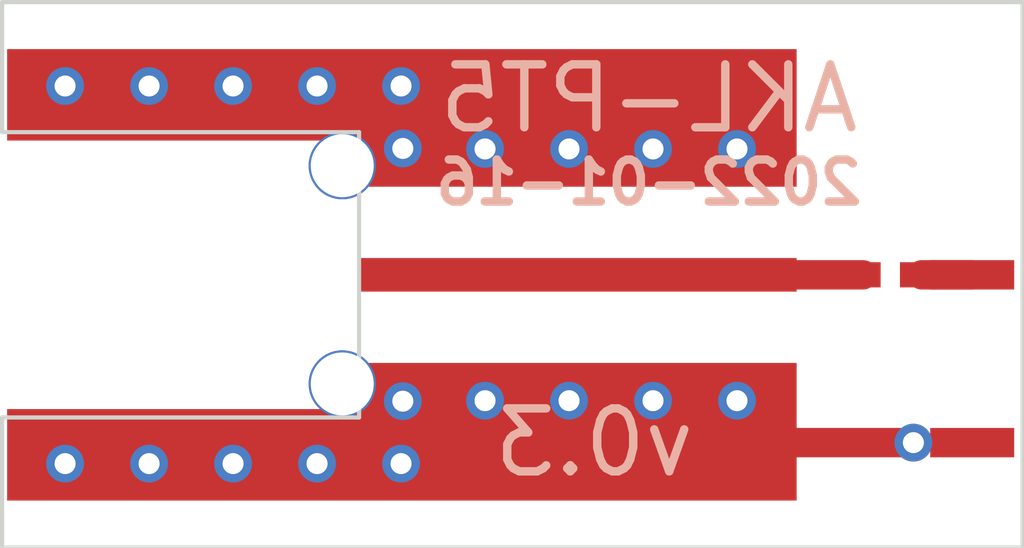
<source format=kicad_pcb>
(kicad_pcb (version 20171130) (host pcbnew "(5.1.9)")

  (general
    (thickness 1.6)
    (drawings 11)
    (tracks 61)
    (zones 0)
    (modules 4)
    (nets 4)
  )

  (page A4)
  (layers
    (0 F.Cu signal)
    (1 In1.Cu signal)
    (2 In2.Cu signal)
    (31 B.Cu signal)
    (32 B.Adhes user)
    (33 F.Adhes user)
    (34 B.Paste user)
    (35 F.Paste user)
    (36 B.SilkS user)
    (37 F.SilkS user)
    (38 B.Mask user)
    (39 F.Mask user)
    (40 Dwgs.User user)
    (41 Cmts.User user)
    (42 Eco1.User user)
    (43 Eco2.User user)
    (44 Edge.Cuts user)
    (45 Margin user)
    (46 B.CrtYd user)
    (47 F.CrtYd user)
    (48 B.Fab user)
    (49 F.Fab user)
  )

  (setup
    (last_trace_width 0.35)
    (user_trace_width 0.125)
    (user_trace_width 0.35)
    (trace_clearance 0.125)
    (zone_clearance 0.508)
    (zone_45_only no)
    (trace_min 0.1)
    (via_size 0.45)
    (via_drill 0.25)
    (via_min_size 0.45)
    (via_min_drill 0.25)
    (user_via 0.45 0.25)
    (uvia_size 0.3)
    (uvia_drill 0.1)
    (uvias_allowed no)
    (uvia_min_size 0.2)
    (uvia_min_drill 0.1)
    (edge_width 0.05)
    (segment_width 0.2)
    (pcb_text_width 0.3)
    (pcb_text_size 1.5 1.5)
    (mod_edge_width 0.12)
    (mod_text_size 1 1)
    (mod_text_width 0.15)
    (pad_size 1 0.35)
    (pad_drill 0)
    (pad_to_mask_clearance 0.05)
    (aux_axis_origin 0 0)
    (visible_elements FFFFFF7F)
    (pcbplotparams
      (layerselection 0x010fc_ffffffff)
      (usegerberextensions false)
      (usegerberattributes true)
      (usegerberadvancedattributes true)
      (creategerberjobfile false)
      (excludeedgelayer true)
      (linewidth 0.100000)
      (plotframeref false)
      (viasonmask false)
      (mode 1)
      (useauxorigin false)
      (hpglpennumber 1)
      (hpglpenspeed 20)
      (hpglpendiameter 15.000000)
      (psnegative false)
      (psa4output false)
      (plotreference true)
      (plotvalue true)
      (plotinvisibletext false)
      (padsonsilk false)
      (subtractmaskfromsilk false)
      (outputformat 1)
      (mirror false)
      (drillshape 0)
      (scaleselection 1)
      (outputdirectory "output"))
  )

  (net 0 "")
  (net 1 /GND)
  (net 2 "Net-(J1-Pad1)")
  (net 3 "Net-(J2-Pad1)")

  (net_class Default "This is the default net class."
    (clearance 0.125)
    (trace_width 0.125)
    (via_dia 0.45)
    (via_drill 0.25)
    (uvia_dia 0.3)
    (uvia_drill 0.1)
    (add_net /GND)
    (add_net "Net-(J1-Pad1)")
    (add_net "Net-(J2-Pad1)")
  )

  (module azonenberg_pcb:EIA_0201_RES_NOSILK (layer F.Cu) (tedit 53D1EB5B) (tstamp 619EFA8A)
    (at 95.825 78.5 180)
    (path /619ED558)
    (fp_text reference R1 (at -0.05 0.75) (layer F.SilkS) hide
      (effects (font (size 0.508 0.457) (thickness 0.11)))
    )
    (fp_text value 348 (at 0.05 1.5) (layer F.SilkS) hide
      (effects (font (size 0.508 0.457) (thickness 0.11)))
    )
    (pad 2 smd rect (at 0.22 0 180) (size 0.21 0.3) (layers F.Cu F.Paste F.Mask)
      (net 2 "Net-(J1-Pad1)"))
    (pad 1 smd rect (at -0.22 0 180) (size 0.21 0.3) (layers F.Cu F.Paste F.Mask)
      (net 3 "Net-(J2-Pad1)"))
    (model :walter:smd_resistors/r_0402.wrl
      (at (xyz 0 0 0))
      (scale (xyz 0.5 0.5 0.5))
      (rotate (xyz 0 0 0))
    )
  )

  (module azonenberg_pcb:EDGELAUNCH_350UM (layer F.Cu) (tedit 61E4B54E) (tstamp 619F43EB)
    (at 96.8 80.5)
    (path /619EEB2B)
    (fp_text reference J3 (at -0.05 4.25) (layer F.SilkS) hide
      (effects (font (size 1 1) (thickness 0.15)))
    )
    (fp_text value TIPRES (at -0.05 3.25) (layer F.Fab) hide
      (effects (font (size 1 1) (thickness 0.15)))
    )
    (pad 1 smd rect (at 0 0) (size 1 0.35) (layers F.Cu F.Paste F.Mask)
      (net 1 /GND) (zone_connect 0))
  )

  (module azonenberg_pcb:EDGELAUNCH_350UM (layer F.Cu) (tedit 61E4B537) (tstamp 619F43E6)
    (at 96.8 78.5)
    (path /619ECB3B)
    (fp_text reference J2 (at -0.05 4.25) (layer F.SilkS) hide
      (effects (font (size 1 1) (thickness 0.15)))
    )
    (fp_text value TIPRES (at -0.05 3.25) (layer F.Fab) hide
      (effects (font (size 1 1) (thickness 0.15)))
    )
    (pad 1 smd rect (at 0 0) (size 1 0.35) (layers F.Cu F.Paste F.Mask)
      (net 3 "Net-(J2-Pad1)") (zone_connect 0))
  )

  (module azonenberg_pcb:CONN_SMPM_AMPHENOL_925-169J-51PT (layer F.Cu) (tedit 619EDE23) (tstamp 619EFA84)
    (at 89.5 78.5 180)
    (path /619EB59D)
    (fp_text reference J1 (at 0 7) (layer F.SilkS) hide
      (effects (font (size 1 1) (thickness 0.15)))
    )
    (fp_text value SMPM (at 0 8.5) (layer F.Fab) hide
      (effects (font (size 1 1) (thickness 0.15)))
    )
    (pad "" np_thru_hole circle (at 0.2 1.3 180) (size 0.8 0.8) (drill 0.75) (layers *.Cu *.Mask)
      (zone_connect 0))
    (pad "" np_thru_hole circle (at 0.2 -1.3 180) (size 0.8 0.8) (drill 0.75) (layers *.Cu *.Mask)
      (zone_connect 0))
    (pad 2 smd custom (at -2.605 -1.87 180) (size 5.21 1.64) (layers F.Cu F.Paste F.Mask)
      (net 1 /GND) (zone_connect 0)
      (options (clearance outline) (anchor rect))
      (primitives
        (gr_poly (pts
           (xy 2.605 -0.82) (xy 6.795 -0.82) (xy 6.795 0.27) (xy 2.605 0.27)) (width 0))
      ))
    (pad 2 smd custom (at -2.605 1.87 180) (size 5.21 1.64) (layers F.Cu F.Paste F.Mask)
      (net 1 /GND) (zone_connect 0)
      (options (clearance outline) (anchor rect))
      (primitives
        (gr_poly (pts
           (xy 2.605 0.82) (xy 6.795 0.82) (xy 6.795 -0.27) (xy 2.605 -0.27)) (width 0))
      ))
    (pad 1 smd rect (at -2.605 0 180) (size 5.21 0.4) (layers F.Cu F.Paste F.Mask)
      (net 2 "Net-(J1-Pad1)"))
    (model :share:Amphenol/SMPM/925-169J-51PT.stp
      (offset (xyz 4.2 0 0))
      (scale (xyz 1 1 1))
      (rotate (xyz -90 0 180))
    )
  )

  (gr_text 2022-01-16 (at 92.95 77.4) (layer B.SilkS) (tstamp 61E4B51C)
    (effects (font (size 0.5 0.5) (thickness 0.1)) (justify mirror))
  )
  (gr_text v0.3 (at 92.3 80.5) (layer B.SilkS) (tstamp 619F451A)
    (effects (font (size 0.75 0.75) (thickness 0.1)) (justify mirror))
  )
  (gr_text AKL-PT5 (at 92.95 76.4) (layer B.SilkS)
    (effects (font (size 0.75 0.75) (thickness 0.1)) (justify mirror))
  )
  (gr_line (start 97.4 75.25) (end 85.25 75.25) (layer Edge.Cuts) (width 0.05) (tstamp 619F44D3))
  (gr_line (start 97.4 81.75) (end 97.4 75.25) (layer Edge.Cuts) (width 0.05))
  (gr_line (start 85.25 81.75) (end 97.4 81.75) (layer Edge.Cuts) (width 0.05))
  (gr_line (start 85.25 80.2) (end 85.25 81.75) (layer Edge.Cuts) (width 0.05))
  (gr_line (start 89.5 80.2) (end 85.25 80.2) (layer Edge.Cuts) (width 0.05))
  (gr_line (start 89.5 76.8) (end 89.5 80.2) (layer Edge.Cuts) (width 0.05))
  (gr_line (start 85.25 76.8) (end 89.5 76.8) (layer Edge.Cuts) (width 0.05))
  (gr_line (start 85.25 75.25) (end 85.25 76.8) (layer Edge.Cuts) (width 0.05))

  (segment (start 92.105 76.63) (end 92.17 76.63) (width 0.125) (layer F.Cu) (net 1))
  (via (at 90.021145 76.993959) (size 0.45) (drill 0.25) (layers F.Cu B.Cu) (net 1))
  (segment (start 90.385104 76.63) (end 90.021145 76.993959) (width 0.125) (layer F.Cu) (net 1))
  (segment (start 92.105 76.63) (end 90.385104 76.63) (width 0.125) (layer F.Cu) (net 1))
  (segment (start 90.021145 76.993959) (end 90.015104 77) (width 0.125) (layer In1.Cu) (net 1))
  (via (at 91 77) (size 0.45) (drill 0.25) (layers F.Cu B.Cu) (net 1))
  (segment (start 90.015104 77) (end 91 77) (width 0.125) (layer In1.Cu) (net 1))
  (via (at 92 77) (size 0.45) (drill 0.25) (layers F.Cu B.Cu) (net 1))
  (segment (start 91 77) (end 92 77) (width 0.125) (layer F.Cu) (net 1))
  (segment (start 91 77) (end 92 77) (width 0.125) (layer In1.Cu) (net 1))
  (via (at 93 77) (size 0.45) (drill 0.25) (layers F.Cu B.Cu) (net 1))
  (segment (start 92 77) (end 93 77) (width 0.125) (layer In1.Cu) (net 1))
  (via (at 94 77) (size 0.45) (drill 0.25) (layers F.Cu B.Cu) (net 1))
  (segment (start 93 77) (end 94 77) (width 0.125) (layer In1.Cu) (net 1))
  (via (at 90.021145 80.006041) (size 0.45) (drill 0.25) (layers F.Cu B.Cu) (net 1))
  (segment (start 90.385104 80.37) (end 90.021145 80.006041) (width 0.125) (layer F.Cu) (net 1))
  (segment (start 92.105 80.37) (end 90.385104 80.37) (width 0.125) (layer F.Cu) (net 1))
  (via (at 91 80) (size 0.45) (drill 0.25) (layers F.Cu B.Cu) (net 1))
  (segment (start 90.993959 80.006041) (end 91 80) (width 0.125) (layer In1.Cu) (net 1))
  (segment (start 90.021145 80.006041) (end 90.993959 80.006041) (width 0.125) (layer In1.Cu) (net 1))
  (via (at 92 80) (size 0.45) (drill 0.25) (layers F.Cu B.Cu) (net 1))
  (segment (start 91 80) (end 92 80) (width 0.125) (layer In1.Cu) (net 1))
  (via (at 93 80) (size 0.45) (drill 0.25) (layers F.Cu B.Cu) (net 1))
  (segment (start 92 80) (end 93 80) (width 0.125) (layer In1.Cu) (net 1))
  (via (at 94 80) (size 0.45) (drill 0.25) (layers F.Cu B.Cu) (net 1))
  (segment (start 93 80) (end 94 80) (width 0.125) (layer In1.Cu) (net 1))
  (segment (start 94 80) (end 95 80) (width 0.125) (layer In1.Cu) (net 1))
  (segment (start 95 80) (end 95.5 79.5) (width 0.125) (layer In1.Cu) (net 1))
  (segment (start 95.5 79.5) (end 95.5 77.5) (width 0.125) (layer In1.Cu) (net 1))
  (segment (start 95.5 77.5) (end 95 77) (width 0.125) (layer In1.Cu) (net 1))
  (segment (start 95 77) (end 94 77) (width 0.125) (layer In1.Cu) (net 1))
  (via (at 90 76.25) (size 0.45) (drill 0.25) (layers F.Cu B.Cu) (net 1))
  (segment (start 90.021145 76.271145) (end 90 76.25) (width 0.125) (layer In1.Cu) (net 1))
  (segment (start 90.021145 76.993959) (end 90.021145 76.271145) (width 0.125) (layer In1.Cu) (net 1))
  (via (at 89 76.25) (size 0.45) (drill 0.25) (layers F.Cu B.Cu) (net 1))
  (segment (start 90 76.25) (end 89 76.25) (width 0.125) (layer F.Cu) (net 1))
  (via (at 88 76.25) (size 0.45) (drill 0.25) (layers F.Cu B.Cu) (net 1))
  (segment (start 89 76.25) (end 88 76.25) (width 0.125) (layer In1.Cu) (net 1))
  (via (at 87 76.25) (size 0.45) (drill 0.25) (layers F.Cu B.Cu) (net 1))
  (segment (start 88 76.25) (end 87 76.25) (width 0.125) (layer F.Cu) (net 1))
  (via (at 86 76.25) (size 0.45) (drill 0.25) (layers F.Cu B.Cu) (net 1))
  (segment (start 87 76.25) (end 86 76.25) (width 0.125) (layer In1.Cu) (net 1))
  (via (at 90 80.75) (size 0.45) (drill 0.25) (layers F.Cu B.Cu) (net 1))
  (segment (start 90.021145 80.728855) (end 90 80.75) (width 0.125) (layer In1.Cu) (net 1))
  (segment (start 90.021145 80.006041) (end 90.021145 80.728855) (width 0.125) (layer In1.Cu) (net 1))
  (via (at 89 80.75) (size 0.45) (drill 0.25) (layers F.Cu B.Cu) (net 1))
  (segment (start 90 80.75) (end 89 80.75) (width 0.125) (layer F.Cu) (net 1))
  (via (at 88 80.75) (size 0.45) (drill 0.25) (layers F.Cu B.Cu) (net 1))
  (segment (start 89 80.75) (end 88 80.75) (width 0.125) (layer In1.Cu) (net 1))
  (via (at 87 80.75) (size 0.45) (drill 0.25) (layers F.Cu B.Cu) (net 1))
  (segment (start 88 80.75) (end 87 80.75) (width 0.125) (layer F.Cu) (net 1))
  (via (at 86 80.75) (size 0.45) (drill 0.25) (layers F.Cu B.Cu) (net 1))
  (segment (start 87 80.75) (end 86 80.75) (width 0.125) (layer In1.Cu) (net 1))
  (segment (start 96.1 80.5) (end 95.5 80.5) (width 0.125) (layer In1.Cu) (net 1))
  (segment (start 95.5 80.5) (end 95 80) (width 0.125) (layer In1.Cu) (net 1))
  (via (at 96.1 80.5) (size 0.45) (drill 0.25) (layers F.Cu B.Cu) (net 1))
  (segment (start 96.8 80.5) (end 96.1 80.5) (width 0.125) (layer F.Cu) (net 1))
  (segment (start 92.235 80.5) (end 92.105 80.37) (width 0.35) (layer F.Cu) (net 1))
  (segment (start 96.1 80.5) (end 92.235 80.5) (width 0.35) (layer F.Cu) (net 1))
  (segment (start 92.105 78.5) (end 95.5 78.5) (width 0.35) (layer F.Cu) (net 2))
  (segment (start 96.8 78.5) (end 96.2 78.5) (width 0.35) (layer F.Cu) (net 3))

  (zone (net 0) (net_name "") (layer F.Mask) (tstamp 0) (hatch edge 0.508)
    (connect_pads (clearance 0.508))
    (min_thickness 0.05)
    (fill yes (arc_segments 32) (thermal_gap 0.508) (thermal_bridge_width 0.508))
    (polygon
      (pts
        (xy 95.3 78.75) (xy 95 78.75) (xy 95 78.25) (xy 95.3 78.25)
      )
    )
    (filled_polygon
      (pts
        (xy 95.275 78.725) (xy 95.025 78.725) (xy 95.025 78.275) (xy 95.275 78.275)
      )
    )
  )
  (zone (net 1) (net_name /GND) (layer In1.Cu) (tstamp 61CCF402) (hatch edge 0.508)
    (connect_pads yes (clearance 0.1))
    (min_thickness 0.1)
    (fill yes (arc_segments 32) (thermal_gap 0.508) (thermal_bridge_width 0.508))
    (polygon
      (pts
        (xy 97.25 81.5) (xy 85.5 81.5) (xy 85.5 80.5) (xy 89.75 80.5) (xy 89.75 76.5)
        (xy 85.5 76.5) (xy 85.5 75.5) (xy 97.25 75.5)
      )
    )
    (filled_polygon
      (pts
        (xy 97.2 81.45) (xy 85.55 81.45) (xy 85.55 80.55) (xy 89.75 80.55) (xy 89.759755 80.549039)
        (xy 89.769134 80.546194) (xy 89.777779 80.541573) (xy 89.785355 80.535355) (xy 89.791573 80.527779) (xy 89.796194 80.519134)
        (xy 89.799039 80.509755) (xy 89.8 80.5) (xy 89.8 80.08667) (xy 89.809558 80.072365) (xy 89.852903 79.967721)
        (xy 89.875 79.856633) (xy 89.875 79.743367) (xy 89.852903 79.632279) (xy 89.809558 79.527635) (xy 89.8 79.51333)
        (xy 89.8 77.48667) (xy 89.809558 77.472365) (xy 89.852903 77.367721) (xy 89.875 77.256633) (xy 89.875 77.143367)
        (xy 89.852903 77.032279) (xy 89.809558 76.927635) (xy 89.8 76.91333) (xy 89.8 76.5) (xy 89.799039 76.490245)
        (xy 89.796194 76.480866) (xy 89.791573 76.472221) (xy 89.785355 76.464645) (xy 89.777779 76.458427) (xy 89.769134 76.453806)
        (xy 89.759755 76.450961) (xy 89.75 76.45) (xy 85.55 76.45) (xy 85.55 75.55) (xy 97.2 75.55)
      )
    )
  )
)

</source>
